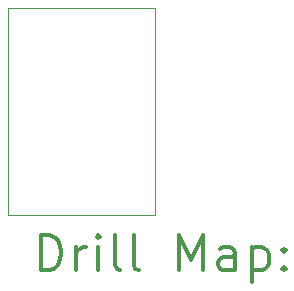
<source format=gbr>
%FSLAX45Y45*%
G04 Gerber Fmt 4.5, Leading zero omitted, Abs format (unit mm)*
G04 Created by KiCad (PCBNEW (5.1.5)-3) date 2020-06-09 01:26:30*
%MOMM*%
%LPD*%
G04 APERTURE LIST*
%TA.AperFunction,Profile*%
%ADD10C,0.120000*%
%TD*%
%ADD11C,0.200000*%
%ADD12C,0.300000*%
G04 APERTURE END LIST*
D10*
X11798300Y-8750300D02*
X11798300Y-6997700D01*
X10553700Y-8750300D02*
X11798300Y-8750300D01*
X10553700Y-6997700D02*
X10553700Y-8750300D01*
X11798300Y-6997700D02*
X10553700Y-6997700D01*
D11*
D12*
X10834128Y-9222014D02*
X10834128Y-8922014D01*
X10905557Y-8922014D01*
X10948414Y-8936300D01*
X10976986Y-8964872D01*
X10991271Y-8993443D01*
X11005557Y-9050586D01*
X11005557Y-9093443D01*
X10991271Y-9150586D01*
X10976986Y-9179157D01*
X10948414Y-9207729D01*
X10905557Y-9222014D01*
X10834128Y-9222014D01*
X11134128Y-9222014D02*
X11134128Y-9022014D01*
X11134128Y-9079157D02*
X11148414Y-9050586D01*
X11162700Y-9036300D01*
X11191271Y-9022014D01*
X11219843Y-9022014D01*
X11319843Y-9222014D02*
X11319843Y-9022014D01*
X11319843Y-8922014D02*
X11305557Y-8936300D01*
X11319843Y-8950586D01*
X11334128Y-8936300D01*
X11319843Y-8922014D01*
X11319843Y-8950586D01*
X11505557Y-9222014D02*
X11476986Y-9207729D01*
X11462700Y-9179157D01*
X11462700Y-8922014D01*
X11662700Y-9222014D02*
X11634128Y-9207729D01*
X11619843Y-9179157D01*
X11619843Y-8922014D01*
X12005557Y-9222014D02*
X12005557Y-8922014D01*
X12105557Y-9136300D01*
X12205557Y-8922014D01*
X12205557Y-9222014D01*
X12476986Y-9222014D02*
X12476986Y-9064872D01*
X12462700Y-9036300D01*
X12434128Y-9022014D01*
X12376986Y-9022014D01*
X12348414Y-9036300D01*
X12476986Y-9207729D02*
X12448414Y-9222014D01*
X12376986Y-9222014D01*
X12348414Y-9207729D01*
X12334128Y-9179157D01*
X12334128Y-9150586D01*
X12348414Y-9122014D01*
X12376986Y-9107729D01*
X12448414Y-9107729D01*
X12476986Y-9093443D01*
X12619843Y-9022014D02*
X12619843Y-9322014D01*
X12619843Y-9036300D02*
X12648414Y-9022014D01*
X12705557Y-9022014D01*
X12734128Y-9036300D01*
X12748414Y-9050586D01*
X12762700Y-9079157D01*
X12762700Y-9164872D01*
X12748414Y-9193443D01*
X12734128Y-9207729D01*
X12705557Y-9222014D01*
X12648414Y-9222014D01*
X12619843Y-9207729D01*
X12891271Y-9193443D02*
X12905557Y-9207729D01*
X12891271Y-9222014D01*
X12876986Y-9207729D01*
X12891271Y-9193443D01*
X12891271Y-9222014D01*
X12891271Y-9036300D02*
X12905557Y-9050586D01*
X12891271Y-9064872D01*
X12876986Y-9050586D01*
X12891271Y-9036300D01*
X12891271Y-9064872D01*
M02*

</source>
